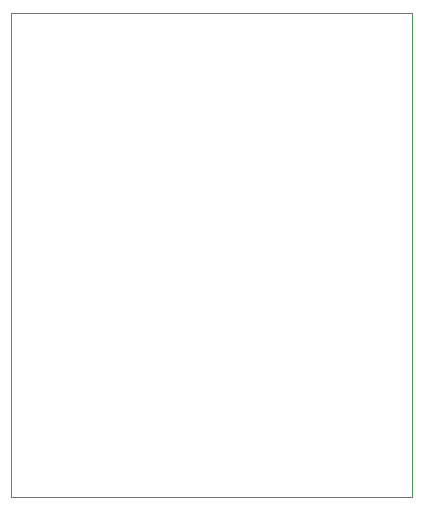
<source format=gbr>
%FSLAX34Y34*%
G04 Gerber Fmt 3.4, Leading zero omitted, Abs format*
G04 (created by PCBNEW (2014-04-07 BZR 4791)-product) date Tue 13 May 2014 10:41:45 AM CEST*
%MOIN*%
G01*
G70*
G90*
G04 APERTURE LIST*
%ADD10C,0.005906*%
%ADD11C,0.003937*%
G04 APERTURE END LIST*
G54D10*
G54D11*
X51968Y-41732D02*
X51968Y-25590D01*
X65354Y-41732D02*
X51968Y-41732D01*
X65354Y-25590D02*
X65354Y-41732D01*
X51968Y-25590D02*
X65354Y-25590D01*
M02*

</source>
